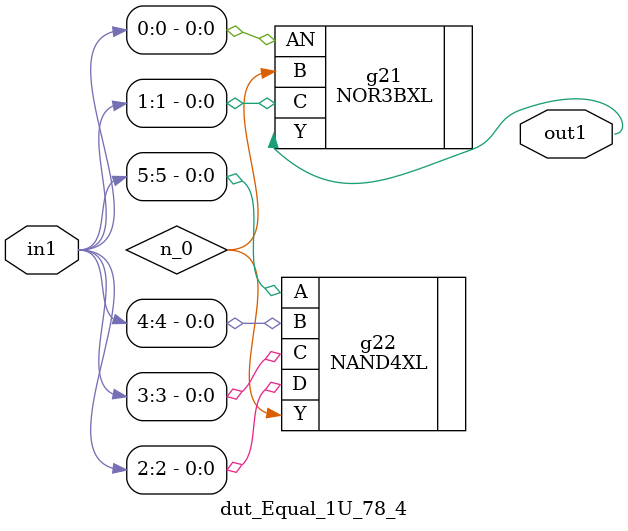
<source format=v>
`timescale 1ps / 1ps


module dut_Equal_1U_78_4(in1, out1);
  input [5:0] in1;
  output out1;
  wire [5:0] in1;
  wire out1;
  wire n_0;
  NOR3BXL g21(.AN (in1[0]), .B (n_0), .C (in1[1]), .Y (out1));
  NAND4XL g22(.A (in1[5]), .B (in1[4]), .C (in1[3]), .D (in1[2]), .Y
       (n_0));
endmodule



</source>
